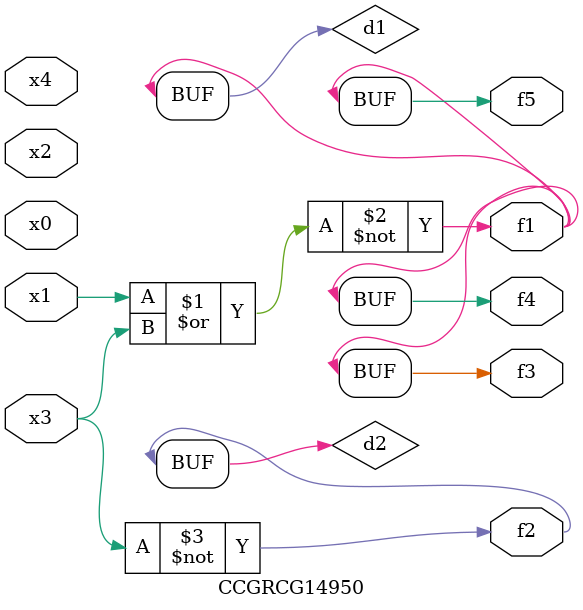
<source format=v>
module CCGRCG14950(
	input x0, x1, x2, x3, x4,
	output f1, f2, f3, f4, f5
);

	wire d1, d2;

	nor (d1, x1, x3);
	not (d2, x3);
	assign f1 = d1;
	assign f2 = d2;
	assign f3 = d1;
	assign f4 = d1;
	assign f5 = d1;
endmodule

</source>
